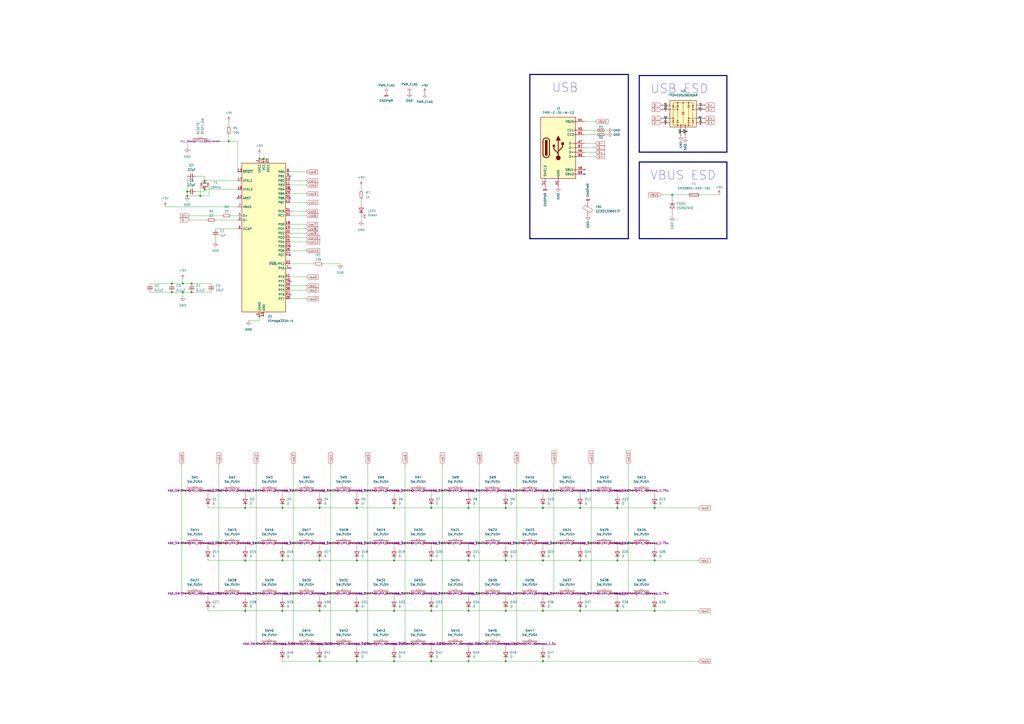
<source format=kicad_sch>
(kicad_sch (version 20231120) (generator "eeschema") (generator_version "8.0")
  (paper "A2")
  (title_block (title "Sherie") (date "2024-06-18") (rev "1.0") (company "https://www.fruity-floral.com/"))
  (junction (at 132.715 81.915))
  (junction (at 148.59 314.96))
  (junction (at 314.96 354.33))
  (junction (at 271.78 325.12))
  (junction (at 299.72 344.17))
  (junction (at 116.205 113.665))
  (junction (at 389.89 113.03))
  (junction (at 234.95 344.17))
  (junction (at 278.13 284.48))
  (junction (at 185.42 325.12))
  (junction (at 207.01 383.54))
  (junction (at 314.96 294.64))
  (junction (at 106.045 164.465))
  (junction (at 191.77 314.96))
  (junction (at 250.19 325.12))
  (junction (at 142.24 294.64))
  (junction (at 228.6 383.54))
  (junction (at 293.37 383.54))
  (junction (at 127 284.48))
  (junction (at 228.6 325.12))
  (junction (at 108.585 111.125))
  (junction (at 321.31 284.48))
  (junction (at 213.36 344.17))
  (junction (at 379.73 354.33))
  (junction (at 342.9 284.48))
  (junction (at 108.585 113.665))
  (junction (at 379.73 325.12))
  (junction (at 185.42 294.64))
  (junction (at 106.045 169.545))
  (junction (at 207.01 325.12))
  (junction (at 111.125 164.465))
  (junction (at 228.6 354.33))
  (junction (at 271.78 383.54))
  (junction (at 250.19 383.54))
  (junction (at 185.42 383.54))
  (junction (at 228.6 294.64))
  (junction (at 358.14 294.64))
  (junction (at 271.78 294.64))
  (junction (at 118.745 104.775))
  (junction (at 336.55 354.33))
  (junction (at 293.37 354.33))
  (junction (at 358.14 354.33))
  (junction (at 299.72 314.96))
  (junction (at 148.59 344.17))
  (junction (at 293.37 294.64))
  (junction (at 150.495 92.075))
  (junction (at 148.59 284.48))
  (junction (at 250.19 294.64))
  (junction (at 342.9 314.96))
  (junction (at 142.24 325.12))
  (junction (at 250.19 354.33))
  (junction (at 111.125 169.545))
  (junction (at 142.24 354.33))
  (junction (at 170.18 284.48))
  (junction (at 163.83 294.64))
  (junction (at 163.83 325.12))
  (junction (at 293.37 325.12))
  (junction (at 150.495 183.515))
  (junction (at 364.49 314.96))
  (junction (at 256.54 314.96))
  (junction (at 185.42 354.33))
  (junction (at 213.36 314.96))
  (junction (at 170.18 314.96))
  (junction (at 153.035 92.075))
  (junction (at 271.78 354.33))
  (junction (at 234.95 314.96))
  (junction (at 207.01 354.33))
  (junction (at 314.96 383.54))
  (junction (at 163.83 354.33))
  (junction (at 321.31 314.96))
  (junction (at 118.745 109.855))
  (junction (at 191.77 284.48))
  (junction (at 364.49 284.48))
  (junction (at 278.13 314.96))
  (junction (at 99.695 164.465))
  (junction (at 105.41 284.48))
  (junction (at 314.96 325.12))
  (junction (at 213.36 284.48))
  (junction (at 191.77 344.17))
  (junction (at 256.54 344.17))
  (junction (at 207.01 294.64))
  (junction (at 379.73 294.64))
  (junction (at 170.18 344.17))
  (junction (at 234.95 284.48))
  (junction (at 99.695 169.545))
  (junction (at 127 314.96))
  (junction (at 105.41 314.96))
  (junction (at 299.72 284.48))
  (junction (at 278.13 344.17))
  (junction (at 336.55 325.12))
  (junction (at 336.55 294.64))
  (junction (at 256.54 284.48))
  (junction (at 358.14 325.12))
  (no_connect (at 168.275 147.955))
  (no_connect (at 168.275 170.815))
  (no_connect (at 168.275 142.875))
  (no_connect (at 339.09 100.965))
  (no_connect (at 168.275 102.235))
  (no_connect (at 168.275 109.855))
  (no_connect (at 168.275 163.195))
  (no_connect (at 168.275 114.935))
  (no_connect (at 168.275 155.575))
  (no_connect (at 137.795 114.935))
  (no_connect (at 339.09 98.425))
  (wire (pts (xy 278.13 284.48) (xy 278.13 314.96)))
  (wire (pts (xy 336.55 346.71) (xy 336.55 344.17)))
  (wire (pts (xy 389.89 113.03) (xy 398.78 113.03)))
  (wire (pts (xy 125.095 132.715) (xy 137.795 132.715)))
  (wire (pts (xy 207.01 375.92) (xy 207.01 373.38)))
  (wire (pts (xy 250.19 354.33) (xy 271.78 354.33)))
  (wire (pts (xy 379.73 354.33) (xy 405.13 354.33)))
  (wire (pts (xy 278.13 269.24) (xy 278.13 284.48)))
  (wire (pts (xy 168.275 145.415) (xy 177.8 145.415)))
  (wire (pts (xy 168.275 117.475) (xy 177.8 117.475)))
  (wire (pts (xy 106.045 169.545) (xy 106.045 172.085)))
  (wire (pts (xy 250.19 325.12) (xy 271.78 325.12)))
  (wire (pts (xy 191.77 284.48) (xy 191.77 314.96)))
  (wire (pts (xy 142.24 325.12) (xy 163.83 325.12)))
  (wire (pts (xy 379.73 294.64) (xy 405.13 294.64)))
  (wire (pts (xy 163.83 375.92) (xy 163.83 373.38)))
  (wire (pts (xy 109.855 127.635) (xy 120.015 127.635)))
  (wire (pts (xy 150.495 89.535) (xy 150.495 92.075)))
  (wire (pts (xy 185.42 346.71) (xy 185.42 344.17)))
  (wire (pts (xy 250.19 294.64) (xy 271.78 294.64)))
  (wire (pts (xy 86.995 169.545) (xy 99.695 169.545)))
  (wire (pts (xy 108.585 102.235) (xy 108.585 111.125)))
  (wire (pts (xy 168.275 132.715) (xy 177.8 132.715)))
  (wire (pts (xy 228.6 317.5) (xy 228.6 314.96)))
  (wire (pts (xy 256.54 314.96) (xy 256.54 344.17)))
  (wire (pts (xy 111.125 169.545) (xy 122.555 169.545)))
  (wire (pts (xy 336.55 325.12) (xy 358.14 325.12)))
  (bus (pts (xy 307.34 43.18) (xy 364.49 43.18)) (stroke (width 0.635)))
  (wire (pts (xy 271.78 287.02) (xy 271.78 284.48)))
  (wire (pts (xy 364.49 269.24) (xy 364.49 284.48)))
  (wire (pts (xy 125.095 127.635) (xy 137.795 127.635)))
  (wire (pts (xy 118.745 111.125) (xy 118.745 109.855)))
  (wire (pts (xy 293.37 354.33) (xy 314.96 354.33)))
  (wire (pts (xy 228.6 346.71) (xy 228.6 344.17)))
  (wire (pts (xy 314.96 354.33) (xy 336.55 354.33)))
  (wire (pts (xy 271.78 294.64) (xy 293.37 294.64)))
  (bus (pts (xy 307.34 43.18) (xy 307.34 138.43)) (stroke (width 0.635)))
  (wire (pts (xy 209.55 115.57) (xy 209.55 118.11)))
  (wire (pts (xy 163.83 354.33) (xy 185.42 354.33)))
  (wire (pts (xy 339.09 75.565) (xy 346.075 75.565)))
  (wire (pts (xy 250.19 287.02) (xy 250.19 284.48)))
  (wire (pts (xy 358.14 294.64) (xy 379.73 294.64)))
  (wire (pts (xy 293.37 346.71) (xy 293.37 344.17)))
  (wire (pts (xy 293.37 317.5) (xy 293.37 314.96)))
  (wire (pts (xy 106.045 164.465) (xy 111.125 164.465)))
  (wire (pts (xy 168.275 125.095) (xy 177.8 125.095)))
  (wire (pts (xy 379.73 317.5) (xy 379.73 314.96)))
  (wire (pts (xy 163.83 294.64) (xy 185.42 294.64)))
  (wire (pts (xy 121.285 107.315) (xy 121.285 113.665)))
  (wire (pts (xy 163.83 325.12) (xy 185.42 325.12)))
  (wire (pts (xy 234.95 314.96) (xy 234.95 344.17)))
  (wire (pts (xy 125.095 137.795) (xy 125.095 140.335)))
  (wire (pts (xy 207.01 294.64) (xy 228.6 294.64)))
  (wire (pts (xy 127 269.24) (xy 127 284.48)))
  (wire (pts (xy 168.275 135.255) (xy 177.8 135.255)))
  (wire (pts (xy 339.09 70.485) (xy 345.44 70.485)))
  (wire (pts (xy 108.585 81.915) (xy 108.585 85.725)))
  (wire (pts (xy 168.275 153.035) (xy 182.245 153.035)))
  (wire (pts (xy 364.49 284.48) (xy 364.49 314.96)))
  (wire (pts (xy 116.205 113.665) (xy 108.585 113.665)))
  (wire (pts (xy 168.275 165.735) (xy 177.8 165.735)))
  (wire (pts (xy 314.96 346.71) (xy 314.96 344.17)))
  (wire (pts (xy 351.155 78.105) (xy 352.425 78.105)))
  (wire (pts (xy 185.42 325.12) (xy 207.01 325.12)))
  (wire (pts (xy 177.8 173.355) (xy 168.275 173.355)))
  (wire (pts (xy 314.96 294.64) (xy 336.55 294.64)))
  (wire (pts (xy 228.6 375.92) (xy 228.6 373.38)))
  (wire (pts (xy 397.51 78.74) (xy 397.51 80.01)))
  (wire (pts (xy 213.36 314.96) (xy 213.36 344.17)))
  (wire (pts (xy 113.665 102.235) (xy 118.745 102.235)))
  (wire (pts (xy 336.55 294.64) (xy 358.14 294.64)))
  (wire (pts (xy 358.14 325.12) (xy 379.73 325.12)))
  (wire (pts (xy 314.96 383.54) (xy 405.13 383.54)))
  (bus (pts (xy 364.49 43.18) (xy 364.49 138.43)) (stroke (width 0.635)))
  (wire (pts (xy 132.715 70.485) (xy 132.715 73.025)))
  (wire (pts (xy 339.09 88.265) (xy 345.44 88.265)))
  (wire (pts (xy 116.205 107.315) (xy 116.205 113.665)))
  (wire (pts (xy 271.78 317.5) (xy 271.78 314.96)))
  (wire (pts (xy 99.695 164.465) (xy 106.045 164.465)))
  (wire (pts (xy 153.035 92.075) (xy 155.575 92.075)))
  (wire (pts (xy 187.325 153.035) (xy 197.485 153.035)))
  (wire (pts (xy 271.78 325.12) (xy 293.37 325.12)))
  (wire (pts (xy 213.36 269.24) (xy 213.36 284.48)))
  (wire (pts (xy 150.495 183.515) (xy 153.035 183.515)))
  (wire (pts (xy 132.715 78.105) (xy 132.715 81.915)))
  (wire (pts (xy 278.13 344.17) (xy 278.13 373.38)))
  (wire (pts (xy 142.24 294.64) (xy 163.83 294.64)))
  (wire (pts (xy 118.745 102.235) (xy 118.745 104.775)))
  (wire (pts (xy 339.09 78.105) (xy 346.075 78.105)))
  (wire (pts (xy 207.01 287.02) (xy 207.01 284.48)))
  (wire (pts (xy 379.73 287.02) (xy 379.73 284.48)))
  (wire (pts (xy 389.89 125.73) (xy 389.89 123.19)))
  (wire (pts (xy 314.96 325.12) (xy 336.55 325.12)))
  (bus (pts (xy 307.34 138.43) (xy 364.49 138.43)) (stroke (width 0.635)))
  (wire (pts (xy 170.18 269.24) (xy 170.18 284.48)))
  (wire (pts (xy 168.275 122.555) (xy 177.8 122.555)))
  (wire (pts (xy 111.125 164.465) (xy 122.555 164.465)))
  (wire (pts (xy 271.78 383.54) (xy 293.37 383.54)))
  (wire (pts (xy 191.77 314.96) (xy 191.77 344.17)))
  (wire (pts (xy 278.13 314.96) (xy 278.13 344.17)))
  (wire (pts (xy 339.09 83.185) (xy 345.44 83.185)))
  (wire (pts (xy 271.78 375.92) (xy 271.78 373.38)))
  (wire (pts (xy 106.045 161.925) (xy 106.045 164.465)))
  (wire (pts (xy 163.83 383.54) (xy 185.42 383.54)))
  (bus (pts (xy 421.64 88.265) (xy 370.84 88.265)) (stroke (width 0.635)))
  (wire (pts (xy 213.36 284.48) (xy 213.36 314.96)))
  (wire (pts (xy 250.19 375.92) (xy 250.19 373.38)))
  (wire (pts (xy 168.275 107.315) (xy 177.8 107.315)))
  (wire (pts (xy 132.715 81.915) (xy 137.795 81.915)))
  (wire (pts (xy 342.9 269.24) (xy 342.9 284.48)))
  (wire (pts (xy 142.24 317.5) (xy 142.24 314.96)))
  (wire (pts (xy 271.78 346.71) (xy 271.78 344.17)))
  (wire (pts (xy 142.24 346.71) (xy 142.24 344.17)))
  (wire (pts (xy 185.42 317.5) (xy 185.42 314.96)))
  (bus (pts (xy 370.84 43.815) (xy 421.64 43.815)) (stroke (width 0.635)))
  (wire (pts (xy 150.495 92.075) (xy 153.035 92.075)))
  (wire (pts (xy 207.01 354.33) (xy 228.6 354.33)))
  (wire (pts (xy 148.59 284.48) (xy 148.59 314.96)))
  (wire (pts (xy 137.795 81.915) (xy 137.795 99.695)))
  (wire (pts (xy 106.045 169.545) (xy 111.125 169.545)))
  (wire (pts (xy 379.73 346.71) (xy 379.73 344.17)))
  (wire (pts (xy 339.09 85.725) (xy 345.44 85.725)))
  (wire (pts (xy 105.41 314.96) (xy 105.41 344.17)))
  (wire (pts (xy 170.18 284.48) (xy 170.18 314.96)))
  (wire (pts (xy 379.73 325.12) (xy 405.13 325.12)))
  (wire (pts (xy 342.9 314.96) (xy 342.9 344.17)))
  (wire (pts (xy 168.275 130.175) (xy 177.8 130.175)))
  (wire (pts (xy 321.31 284.48) (xy 321.31 314.96)))
  (wire (pts (xy 406.4 113.03) (xy 417.195 113.03)))
  (wire (pts (xy 168.275 140.335) (xy 177.8 140.335)))
  (wire (pts (xy 118.745 104.775) (xy 137.795 104.775)))
  (wire (pts (xy 234.95 284.48) (xy 234.95 314.96)))
  (wire (pts (xy 293.37 383.54) (xy 314.96 383.54)))
  (wire (pts (xy 191.77 269.24) (xy 191.77 284.48)))
  (wire (pts (xy 142.24 287.02) (xy 142.24 284.48)))
  (wire (pts (xy 228.6 287.02) (xy 228.6 284.48)))
  (wire (pts (xy 207.01 317.5) (xy 207.01 314.96)))
  (bus (pts (xy 421.64 43.815) (xy 421.64 88.265)) (stroke (width 0.635)))
  (wire (pts (xy 271.78 354.33) (xy 293.37 354.33)))
  (wire (pts (xy 168.275 99.695) (xy 177.8 99.695)))
  (wire (pts (xy 339.09 90.805) (xy 345.44 90.805)))
  (wire (pts (xy 207.01 325.12) (xy 228.6 325.12)))
  (wire (pts (xy 168.275 160.655) (xy 177.8 160.655)))
  (wire (pts (xy 120.65 354.33) (xy 142.24 354.33)))
  (wire (pts (xy 86.995 164.465) (xy 99.695 164.465)))
  (wire (pts (xy 351.155 75.565) (xy 352.425 75.565)))
  (wire (pts (xy 108.585 111.125) (xy 108.585 113.665)))
  (wire (pts (xy 383.54 113.03) (xy 389.89 113.03)))
  (wire (pts (xy 358.14 346.71) (xy 358.14 344.17)))
  (wire (pts (xy 234.95 269.24) (xy 234.95 284.48)))
  (wire (pts (xy 228.6 325.12) (xy 250.19 325.12)))
  (wire (pts (xy 185.42 383.54) (xy 207.01 383.54)))
  (wire (pts (xy 207.01 383.54) (xy 228.6 383.54)))
  (wire (pts (xy 293.37 375.92) (xy 293.37 373.38)))
  (wire (pts (xy 120.65 287.02) (xy 120.65 284.48)))
  (wire (pts (xy 228.6 294.64) (xy 250.19 294.64)))
  (wire (pts (xy 133.985 125.095) (xy 137.795 125.095)))
  (wire (pts (xy 209.55 125.73) (xy 209.55 128.27)))
  (wire (pts (xy 228.6 383.54) (xy 250.19 383.54)))
  (wire (pts (xy 293.37 325.12) (xy 314.96 325.12)))
  (bus (pts (xy 421.64 93.98) (xy 421.64 138.43)) (stroke (width 0.635)))
  (wire (pts (xy 168.275 112.395) (xy 177.8 112.395)))
  (wire (pts (xy 170.18 344.17) (xy 170.18 373.38)))
  (wire (pts (xy 113.665 111.125) (xy 118.745 111.125)))
  (wire (pts (xy 127 284.48) (xy 127 314.96)))
  (wire (pts (xy 105.41 284.48) (xy 105.41 314.96)))
  (wire (pts (xy 150.495 186.055) (xy 150.495 183.515)))
  (wire (pts (xy 191.77 344.17) (xy 191.77 373.38)))
  (wire (pts (xy 95.885 120.015) (xy 137.795 120.015)))
  (wire (pts (xy 185.42 294.64) (xy 207.01 294.64)))
  (wire (pts (xy 118.745 109.855) (xy 137.795 109.855)))
  (wire (pts (xy 170.18 314.96) (xy 170.18 344.17)))
  (wire (pts (xy 123.825 81.915) (xy 132.715 81.915)))
  (wire (pts (xy 336.55 354.33) (xy 358.14 354.33)))
  (wire (pts (xy 234.95 344.17) (xy 234.95 373.38)))
  (wire (pts (xy 358.14 317.5) (xy 358.14 314.96)))
  (wire (pts (xy 299.72 314.96) (xy 299.72 344.17)))
  (wire (pts (xy 120.65 325.12) (xy 142.24 325.12)))
  (wire (pts (xy 336.55 317.5) (xy 336.55 314.96)))
  (wire (pts (xy 314.96 317.5) (xy 314.96 314.96)))
  (wire (pts (xy 168.275 137.795) (xy 177.8 137.795)))
  (wire (pts (xy 358.14 287.02) (xy 358.14 284.48)))
  (wire (pts (xy 163.83 346.71) (xy 163.83 344.17)))
  (wire (pts (xy 389.89 115.57) (xy 389.89 113.03)))
  (wire (pts (xy 185.42 354.33) (xy 207.01 354.33)))
  (wire (pts (xy 109.855 125.095) (xy 128.905 125.095)))
  (wire (pts (xy 121.285 113.665) (xy 116.205 113.665)))
  (wire (pts (xy 148.59 314.96) (xy 148.59 344.17)))
  (wire (pts (xy 185.42 287.02) (xy 185.42 284.48)))
  (wire (pts (xy 185.42 375.92) (xy 185.42 373.38)))
  (wire (pts (xy 207.01 346.71) (xy 207.01 344.17)))
  (wire (pts (xy 148.59 269.24) (xy 148.59 284.48)))
  (wire (pts (xy 314.96 287.02) (xy 314.96 284.48)))
  (wire (pts (xy 256.54 269.24) (xy 256.54 284.48)))
  (wire (pts (xy 120.65 317.5) (xy 120.65 314.96)))
  (wire (pts (xy 144.145 186.055) (xy 150.495 186.055)))
  (wire (pts (xy 321.31 269.24) (xy 321.31 284.48)))
  (wire (pts (xy 358.14 354.33) (xy 379.73 354.33)))
  (wire (pts (xy 120.65 346.71) (xy 120.65 344.17)))
  (bus (pts (xy 421.64 138.43) (xy 370.84 138.43)) (stroke (width 0.635)))
  (wire (pts (xy 213.36 344.17) (xy 213.36 373.38)))
  (wire (pts (xy 293.37 287.02) (xy 293.37 284.48)))
  (wire (pts (xy 314.96 375.92) (xy 314.96 373.38)))
  (wire (pts (xy 168.275 104.775) (xy 177.8 104.775)))
  (wire (pts (xy 163.83 317.5) (xy 163.83 314.96)))
  (wire (pts (xy 299.72 284.48) (xy 299.72 314.96)))
  (wire (pts (xy 250.19 383.54) (xy 271.78 383.54)))
  (wire (pts (xy 105.41 269.24) (xy 105.41 284.48)))
  (wire (pts (xy 163.83 287.02) (xy 163.83 284.48)))
  (bus (pts (xy 370.84 93.98) (xy 421.64 93.98)) (stroke (width 0.635)))
  (wire (pts (xy 299.72 344.17) (xy 299.72 373.38)))
  (wire (pts (xy 293.37 294.64) (xy 314.96 294.64)))
  (wire (pts (xy 127 314.96) (xy 127 344.17)))
  (wire (pts (xy 250.19 317.5) (xy 250.19 314.96)))
  (wire (pts (xy 256.54 284.48) (xy 256.54 314.96)))
  (wire (pts (xy 250.19 346.71) (xy 250.19 344.17)))
  (wire (pts (xy 364.49 314.96) (xy 364.49 344.17)))
  (bus (pts (xy 370.84 43.815) (xy 370.84 88.265)) (stroke (width 0.635)))
  (wire (pts (xy 321.31 314.96) (xy 321.31 344.17)))
  (wire (pts (xy 256.54 344.17) (xy 256.54 373.38)))
  (wire (pts (xy 120.65 294.64) (xy 142.24 294.64)))
  (wire (pts (xy 342.9 284.48) (xy 342.9 314.96)))
  (wire (pts (xy 99.695 169.545) (xy 106.045 169.545)))
  (wire (pts (xy 168.275 168.275) (xy 177.8 168.275)))
  (wire (pts (xy 336.55 287.02) (xy 336.55 284.48)))
  (wire (pts (xy 228.6 354.33) (xy 250.19 354.33)))
  (wire (pts (xy 299.72 269.24) (xy 299.72 284.48)))
  (wire (pts (xy 209.55 107.95) (xy 209.55 110.49)))
  (wire (pts (xy 142.24 354.33) (xy 163.83 354.33)))
  (wire (pts (xy 148.59 344.17) (xy 148.59 373.38)))
  (bus (pts (xy 370.84 93.98) (xy 370.84 138.43)) (stroke (width 0.635)))
  (text "USB" (at 320.04 53.975 0) (effects (font (size 5.08 5.08)) (justify left bottom)))
  (text "USB ESD" (at 377.19 54.61 0) (effects (font (size 5.08 5.08)) (justify left bottom)))
  (text "VBUS ESD" (at 377.19 104.775 0) (effects (font (size 5.08 5.08)) (justify left bottom)))
  (global_label "col4" (shape input) (at 191.77 269.24 90) (property "Intersheetrefs" "${INTERSHEET_REFS}" (effects (hide yes))))
  (global_label "row0" (shape input) (at 177.8 160.655 0) (property "Intersheetrefs" "${INTERSHEET_REFS}" (effects (hide yes))))
  (global_label "col3" (shape input) (at 170.18 269.24 90) (property "Intersheetrefs" "${INTERSHEET_REFS}" (effects (hide yes))))
  (global_label "col7" (shape input) (at 177.8 130.175 0) (property "Intersheetrefs" "${INTERSHEET_REFS}" (effects (hide yes))))
  (global_label "D+" (shape input) (at 345.44 90.805 0) (property "Intersheetrefs" "${INTERSHEET_REFS}" (effects (hide yes))))
  (global_label "col8" (shape input) (at 278.13 269.24 90) (property "Intersheetrefs" "${INTERSHEET_REFS}" (effects (hide yes))))
  (global_label "D+" (shape input) (at 408.94 63.5 0) (property "Intersheetrefs" "${INTERSHEET_REFS}" (effects (hide yes))))
  (global_label "row0" (shape input) (at 405.13 294.64 0) (property "Intersheetrefs" "${INTERSHEET_REFS}" (effects (hide yes))))
  (global_label "D-" (shape input) (at 345.44 85.725 0) (property "Intersheetrefs" "${INTERSHEET_REFS}" (effects (hide yes))))
  (global_label "D+" (shape input) (at 408.94 68.58 0) (property "Intersheetrefs" "${INTERSHEET_REFS}" (effects (hide yes))))
  (global_label "col10" (shape input) (at 177.8 137.795 0) (property "Intersheetrefs" "${INTERSHEET_REFS}" (effects (hide yes))))
  (global_label "col12" (shape input) (at 177.8 145.415 0) (property "Intersheetrefs" "${INTERSHEET_REFS}" (effects (hide yes))))
  (global_label "col11" (shape input) (at 177.8 140.335 0) (property "Intersheetrefs" "${INTERSHEET_REFS}" (effects (hide yes))))
  (global_label "row3" (shape input) (at 177.8 173.355 0) (property "Intersheetrefs" "${INTERSHEET_REFS}" (effects (hide yes))))
  (global_label "col8" (shape input) (at 177.8 132.715 0) (property "Intersheetrefs" "${INTERSHEET_REFS}" (effects (hide yes))))
  (global_label "col6" (shape input) (at 234.95 269.24 90) (property "Intersheetrefs" "${INTERSHEET_REFS}" (effects (hide yes))))
  (global_label "col9" (shape input) (at 299.72 269.24 90) (property "Intersheetrefs" "${INTERSHEET_REFS}" (effects (hide yes))))
  (global_label "D-" (shape input) (at 383.54 68.58 180) (property "Intersheetrefs" "${INTERSHEET_REFS}" (effects (hide yes))))
  (global_label "VBUS" (shape input) (at 345.44 70.485 0) (property "Intersheetrefs" "${INTERSHEET_REFS}" (effects (hide yes))))
  (global_label "col1" (shape input) (at 177.8 104.775 0) (property "Intersheetrefs" "${INTERSHEET_REFS}" (effects (hide yes))))
  (global_label "row2" (shape input) (at 405.13 354.33 0) (property "Intersheetrefs" "${INTERSHEET_REFS}" (effects (hide yes))))
  (global_label "row2" (shape input) (at 177.8 168.275 0) (property "Intersheetrefs" "${INTERSHEET_REFS}" (effects (hide yes))))
  (global_label "col12" (shape input) (at 364.49 269.24 90) (property "Intersheetrefs" "${INTERSHEET_REFS}" (effects (hide yes))))
  (global_label "col7" (shape input) (at 256.54 269.24 90) (property "Intersheetrefs" "${INTERSHEET_REFS}" (effects (hide yes))))
  (global_label "col6" (shape input) (at 177.8 125.095 0) (property "Intersheetrefs" "${INTERSHEET_REFS}" (effects (hide yes))))
  (global_label "D+" (shape input) (at 109.855 125.095 180) (property "Intersheetrefs" "${INTERSHEET_REFS}" (effects (hide yes))))
  (global_label "D+" (shape input) (at 408.94 60.96 0) (property "Intersheetrefs" "${INTERSHEET_REFS}" (effects (hide yes))))
  (global_label "D-" (shape input) (at 383.54 71.12 180) (property "Intersheetrefs" "${INTERSHEET_REFS}" (effects (hide yes))))
  (global_label "col5" (shape input) (at 213.36 269.24 90) (property "Intersheetrefs" "${INTERSHEET_REFS}" (effects (hide yes))))
  (global_label "col2" (shape input) (at 148.59 269.24 90) (property "Intersheetrefs" "${INTERSHEET_REFS}" (effects (hide yes))))
  (global_label "D-" (shape input) (at 383.54 60.96 180) (property "Intersheetrefs" "${INTERSHEET_REFS}" (effects (hide yes))))
  (global_label "col10" (shape input) (at 321.31 269.24 90) (property "Intersheetrefs" "${INTERSHEET_REFS}" (effects (hide yes))))
  (global_label "col9" (shape input) (at 177.8 135.255 0) (property "Intersheetrefs" "${INTERSHEET_REFS}" (effects (hide yes))))
  (global_label "col5" (shape input) (at 177.8 122.555 0) (property "Intersheetrefs" "${INTERSHEET_REFS}" (effects (hide yes))))
  (global_label "D-" (shape input) (at 345.44 83.185 0) (property "Intersheetrefs" "${INTERSHEET_REFS}" (effects (hide yes))))
  (global_label "row3" (shape input) (at 405.13 383.54 0) (property "Intersheetrefs" "${INTERSHEET_REFS}" (effects (hide yes))))
  (global_label "col2" (shape input) (at 177.8 107.315 0) (property "Intersheetrefs" "${INTERSHEET_REFS}" (effects (hide yes))))
  (global_label "D-" (shape input) (at 383.54 63.5 180) (property "Intersheetrefs" "${INTERSHEET_REFS}" (effects (hide yes))))
  (global_label "col11" (shape input) (at 342.9 269.24 90) (property "Intersheetrefs" "${INTERSHEET_REFS}" (effects (hide yes))))
  (global_label "col4" (shape input) (at 177.8 117.475 0) (property "Intersheetrefs" "${INTERSHEET_REFS}" (effects (hide yes))))
  (global_label "D-" (shape input) (at 109.855 127.635 180) (property "Intersheetrefs" "${INTERSHEET_REFS}" (effects (hide yes))))
  (global_label "row1" (shape input) (at 405.13 325.12 0) (property "Intersheetrefs" "${INTERSHEET_REFS}" (effects (hide yes))))
  (global_label "col3" (shape input) (at 177.8 112.395 0) (property "Intersheetrefs" "${INTERSHEET_REFS}" (effects (hide yes))))
  (global_label "col0" (shape input) (at 105.41 269.24 90) (property "Intersheetrefs" "${INTERSHEET_REFS}" (effects (hide yes))))
  (global_label "col0" (shape input) (at 177.8 99.695 0) (property "Intersheetrefs" "${INTERSHEET_REFS}" (effects (hide yes))))
  (global_label "col1" (shape input) (at 127 269.24 90) (property "Intersheetrefs" "${INTERSHEET_REFS}" (effects (hide yes))))
  (global_label "D+" (shape input) (at 345.44 88.265 0) (property "Intersheetrefs" "${INTERSHEET_REFS}" (effects (hide yes))))
  (global_label "row1" (shape input) (at 177.8 165.735 0) (property "Intersheetrefs" "${INTERSHEET_REFS}" (effects (hide yes))))
  (global_label "VBUS" (shape input) (at 383.54 113.03 180) (property "Intersheetrefs" "${INTERSHEET_REFS}" (effects (hide yes))))
  (global_label "D+" (shape input) (at 408.94 71.12 0) (property "Intersheetrefs" "${INTERSHEET_REFS}" (effects (hide yes))))
  (symbol (lib_id "kbd:SW_PUSH") (at 116.205 81.915 0) (unit 1)
    (property "Reference" "RESET0" (at 114.9349 78.105 90) (effects (justify left)))
    (property "Value" "RESET_SW" (at 117.4749 78.105 90) (effects (justify left)))
    (property "Footprint" "my_footprints:SMD_reset" (at 116.205 81.915 0))
  )
  (symbol (lib_id "kbd:SW_PUSH") (at 264.16 344.17 0) (unit 1)
    (property "Reference" "SW34" (at 264.16 336.55 0))
    (property "Value" "SW_PUSH" (at 264.16 339.09 0))
    (property "Footprint" "kbd_SW:CherryMX_Hotswap_1u" (at 264.16 344.17 0))
  )
  (symbol (lib_id "Device:D") (at 163.83 350.52 90) (unit 1)
    (property "Reference" "D29" (at 166.37 349.2499 90) (effects (justify right)))
    (property "Value" "D" (at 166.37 351.7899 90) (effects (justify right)))
    (property "Footprint" "kbd_Parts:Diode_TH_SMD_without_holes" (effects (hide yes)))
    (property "Description" "Diode" (effects (hide yes)))
    (property "Sim.Device" "D" (effects (hide yes)))
    (property "Sim.Pins" "1=K 2=A" (effects (hide yes)))
  )
  (symbol (lib_id "Device:D") (at 207.01 290.83 90) (unit 1)
    (property "Reference" "D5" (at 209.55 289.5599 90) (effects (justify right)))
    (property "Value" "D" (at 209.55 292.0999 90) (effects (justify right)))
    (property "Footprint" "kbd_Parts:Diode_TH_SMD_without_holes" (effects (hide yes)))
    (property "Description" "Diode" (effects (hide yes)))
    (property "Sim.Device" "D" (effects (hide yes)))
    (property "Sim.Pins" "1=K 2=A" (effects (hide yes)))
  )
  (symbol (lib_id "kbd:SW_PUSH") (at 156.21 373.38 0) (unit 1)
    (property "Reference" "SW40" (at 156.21 365.76 0))
    (property "Value" "SW_PUSH" (at 156.21 368.3 0))
    (property "Footprint" "kbd_SW:CherryMX_Hotswap_1.5u" (at 156.21 373.38 0))
  )
  (symbol (lib_id "Device:R_Small") (at 209.55 113.03 0) (unit 1)
    (property "Reference" "R7" (at 212.09 111.7599 0) (effects (justify left)))
    (property "Value" "1k" (at 212.09 114.2999 0) (effects (justify left)))
    (property "Footprint" "Resistor_SMD:R_0805_2012Metric" (effects (hide yes)))
    (property "Description" "Resistor, small symbol" (effects (hide yes)))
  )
  (symbol (lib_id "kbd:SW_PUSH") (at 177.8 314.96 0) (unit 1)
    (property "Reference" "SW17" (at 177.8 307.34 0))
    (property "Value" "SW_PUSH" (at 177.8 309.88 0))
    (property "Footprint" "kbd_SW:CherryMX_Hotswap_1u" (at 177.8 314.96 0))
  )
  (symbol (lib_id "Device:D") (at 336.55 290.83 90) (unit 1)
    (property "Reference" "D11" (at 339.09 289.5599 90) (effects (justify right)))
    (property "Value" "D" (at 339.09 292.0999 90) (effects (justify right)))
    (property "Footprint" "kbd_Parts:Diode_TH_SMD_without_holes" (effects (hide yes)))
    (property "Description" "Diode" (effects (hide yes)))
    (property "Sim.Device" "D" (effects (hide yes)))
    (property "Sim.Pins" "1=K 2=A" (effects (hide yes)))
  )
  (symbol (lib_id "power:+5V") (at 246.38 53.975 0) (unit 1)
    (property "Reference" "#PWR021" (effects (hide yes)))
    (property "Value" "+5V" (at 246.38 49.53 0))
    (property "Description" "Power symbol creates a global label with name \"+5V\"" (effects (hide yes)))
  )
  (symbol (lib_id "Device:D") (at 271.78 379.73 90) (unit 1)
    (property "Reference" "D45" (at 274.32 378.4599 90) (effects (justify right)))
    (property "Value" "D" (at 274.32 380.9999 90) (effects (justify right)))
    (property "Footprint" "kbd_Parts:Diode_TH_SMD_without_holes" (effects (hide yes)))
    (property "Description" "Diode" (effects (hide yes)))
    (property "Sim.Device" "D" (effects (hide yes)))
    (property "Sim.Pins" "1=K 2=A" (effects (hide yes)))
  )
  (symbol (lib_id "Device:Crystal_GND24_Small") (at 118.745 107.315 270) (unit 1)
    (property "Reference" "Y1" (at 125.095 106.045 90))
    (property "Value" "16MHz" (at 125.095 108.585 90))
    (property "Footprint" "Crystal:Crystal_SMD_3225-4Pin_3.2x2.5mm" (effects (hide yes)))
    (property "Description" "Four pin crystal, GND on pins 2 and 4, small symbol" (effects (hide yes)))
  )
  (symbol (lib_id "Device:C_Small") (at 122.555 167.005 0) (unit 1)
    (property "Reference" "C5" (at 125.095 165.7412 0) (effects (justify left)))
    (property "Value" "10uF" (at 125.095 168.2812 0) (effects (justify left)))
    (property "Footprint" "Capacitor_SMD:C_0805_2012Metric" (effects (hide yes)))
    (property "Description" "Unpolarized capacitor, small symbol" (effects (hide yes)))
  )
  (symbol (lib_id "Device:D") (at 207.01 350.52 90) (unit 1)
    (property "Reference" "D31" (at 209.55 349.2499 90) (effects (justify right)))
    (property "Value" "D" (at 209.55 351.7899 90) (effects (justify right)))
    (property "Footprint" "kbd_Parts:Diode_TH_SMD_without_holes" (effects (hide yes)))
    (property "Description" "Diode" (effects (hide yes)))
    (property "Sim.Device" "D" (effects (hide yes)))
    (property "Sim.Pins" "1=K 2=A" (effects (hide yes)))
  )
  (symbol (lib_id "Connector:USB_C_Receptacle_USB2.0") (at 323.85 85.725 0) (unit 1)
    (property "Reference" "J1" (at 323.85 62.865 0))
    (property "Value" "TYPE-C-31-M-12" (at 323.85 65.405 0))
    (property "Footprint" "locallib:HRO-TYPE-C-31-M-12-Assembly" (effects (hide yes)))
    (property "Datasheet" "https://www.usb.org/sites/default/files/documents/usb_type-c.zip" (effects (hide yes)))
    (property "Manufacturer" "Koren Hroparts" (effects (hide yes)))
    (property "Manufacturer Part Number" "TYPE-C-31-M-12" (effects (hide yes)))
    (property "LCSC Part Number" "C165948" (effects (hide yes)))
  )
  (symbol (lib_id "Device:D") (at 271.78 350.52 90) (unit 1)
    (property "Reference" "D34" (at 274.32 349.2499 90) (effects (justify right)))
    (property "Value" "D" (at 274.32 351.7899 90) (effects (justify right)))
    (property "Footprint" "kbd_Parts:Diode_TH_SMD_without_holes" (effects (hide yes)))
    (property "Description" "Diode" (effects (hide yes)))
    (property "Sim.Device" "D" (effects (hide yes)))
    (property "Sim.Pins" "1=K 2=A" (effects (hide yes)))
  )
  (symbol (lib_id "kbd:SW_PUSH") (at 264.16 373.38 0) (unit 1)
    (property "Reference" "SW45" (at 264.16 365.76 0))
    (property "Value" "SW_PUSH" (at 264.16 368.3 0))
    (property "Footprint" "kbd_SW:CherryMX_Hotswap_1.5u" (at 264.16 373.38 0))
  )
  (symbol (lib_id "acheron_Symbols:TPD4E05U06DQAR") (at 396.24 66.04 0) (unit 1)
    (property "Reference" "U2" (at 396.24 52.705 0))
    (property "Value" "TPD4E05U06DQAR" (at 396.24 55.245 0))
    (property "Footprint" "acheron_Components:USON-10_2.5x1.0mm_P0.5mm" (effects (hide yes)))
    (property "Manufacturer" "MSKSEMI" (effects (hide yes)))
    (property "Package" "uSON-10" (effects (hide yes)))
    (property "Manufacturer Part Number" "TPD4E05U06DQAR" (effects (hide yes)))
    (property "LCSC Part Number" "C2836386" (effects (hide yes)))
  )
  (symbol (lib_id "Device:D") (at 293.37 379.73 90) (unit 1)
    (property "Reference" "D46" (at 295.91 378.4599 90) (effects (justify right)))
    (property "Value" "D" (at 295.91 380.9999 90) (effects (justify right)))
    (property "Footprint" "kbd_Parts:Diode_TH_SMD_without_holes" (effects (hide yes)))
    (property "Description" "Diode" (effects (hide yes)))
    (property "Sim.Device" "D" (effects (hide yes)))
    (property "Sim.Pins" "1=K 2=A" (effects (hide yes)))
  )
  (symbol (lib_id "kbd:SW_PUSH") (at 220.98 344.17 0) (unit 1)
    (property "Reference" "SW32" (at 220.98 336.55 0))
    (property "Value" "SW_PUSH" (at 220.98 339.09 0))
    (property "Footprint" "kbd_SW:CherryMX_Hotswap_1u" (at 220.98 344.17 0))
  )
  (symbol (lib_id "power:GNDPWR") (at 316.23 108.585 0) (unit 1)
    (property "Reference" "#PWR011" (effects (hide yes)))
    (property "Value" "GNDPWR" (at 316.23 111.76 90) (effects (justify right)))
  )
  (symbol (lib_id "Device:LED") (at 209.55 121.92 90) (unit 1)
    (property "Reference" "LED1" (at 213.36 122.2374 90) (effects (justify right)))
    (property "Value" "Green" (at 213.36 124.7774 90) (effects (justify right)))
    (property "Footprint" "my_footprints:LED0805-RD_GREEN" (effects (hide yes)))
    (property "Description" "Light emitting diode" (effects (hide yes)))
  )
  (symbol (lib_id "kbd:SW_PUSH") (at 199.39 314.96 0) (unit 1)
    (property "Reference" "SW18" (at 199.39 307.34 0))
    (property "Value" "SW_PUSH" (at 199.39 309.88 0))
    (property "Footprint" "kbd_SW:CherryMX_Hotswap_1u" (at 199.39 314.96 0))
  )
  (symbol (lib_id "power:PWR_FLAG") (at 224.155 53.975 0) (unit 1)
    (property "Reference" "#FLG03" (effects (hide yes)))
    (property "Value" "PWR_FLAG" (at 224.155 49.53 0))
    (property "Description" "Special symbol for telling ERC where power comes from" (effects (hide yes)))
  )
  (symbol (lib_id "Device:D") (at 163.83 379.73 90) (unit 1)
    (property "Reference" "D40" (at 166.37 378.4599 90) (effects (justify right)))
    (property "Value" "D" (at 166.37 380.9999 90) (effects (justify right)))
    (property "Footprint" "kbd_Parts:Diode_TH_SMD_without_holes" (effects (hide yes)))
    (property "Description" "Diode" (effects (hide yes)))
    (property "Sim.Device" "D" (effects (hide yes)))
    (property "Sim.Pins" "1=K 2=A" (effects (hide yes)))
  )
  (symbol (lib_id "power:GND") (at 108.585 85.725 0) (unit 1)
    (property "Reference" "#PWR09" (effects (hide yes)))
    (property "Value" "GND" (at 108.585 90.805 0))
    (property "Description" "Power symbol creates a global label with name \"GND\" , ground" (effects (hide yes)))
  )
  (symbol (lib_id "kbd:SW_PUSH") (at 242.57 284.48 0) (unit 1)
    (property "Reference" "SW7" (at 242.57 276.86 0))
    (property "Value" "SW_PUSH" (at 242.57 279.4 0))
    (property "Footprint" "kbd_SW:CherryMX_Hotswap_1u" (at 242.57 284.48 0))
  )
  (symbol (lib_id "power:PWR_FLAG") (at 246.38 53.975 180) (unit 1)
    (property "Reference" "#FLG02" (effects (hide yes)))
    (property "Value" "PWR_FLAG" (at 246.38 59.055 0))
    (property "Description" "Special symbol for telling ERC where power comes from" (effects (hide yes)))
  )
  (symbol (lib_id "power:GND") (at 125.095 140.335 0) (unit 1)
    (property "Reference" "#PWR04" (effects (hide yes)))
    (property "Value" "GND" (at 125.095 145.415 0))
    (property "Description" "Power symbol creates a global label with name \"GND\" , ground" (effects (hide yes)))
  )
  (symbol (lib_id "kbd:SW_PUSH") (at 199.39 344.17 0) (unit 1)
    (property "Reference" "SW31" (at 199.39 336.55 0))
    (property "Value" "SW_PUSH" (at 199.39 339.09 0))
    (property "Footprint" "kbd_SW:CherryMX_Hotswap_1u" (at 199.39 344.17 0))
  )
  (symbol (lib_id "kbd:SW_PUSH") (at 372.11 314.96 0) (unit 1)
    (property "Reference" "SW26" (at 372.11 307.34 0))
    (property "Value" "SW_PUSH" (at 372.11 309.88 0))
    (property "Footprint" "kbd_SW:CherryMX_Hotswap_1.75u" (at 372.11 314.96 0))
  )
  (symbol (lib_id "kbd:SW_PUSH") (at 242.57 344.17 0) (unit 1)
    (property "Reference" "SW33" (at 242.57 336.55 0))
    (property "Value" "SW_PUSH" (at 242.57 339.09 0))
    (property "Footprint" "kbd_SW:CherryMX_Hotswap_1u" (at 242.57 344.17 0))
  )
  (symbol (lib_id "kbd:SW_PUSH") (at 307.34 344.17 0) (unit 1)
    (property "Reference" "SW36" (at 307.34 336.55 0))
    (property "Value" "SW_PUSH" (at 307.34 339.09 0))
    (property "Footprint" "kbd_SW:CherryMX_Hotswap_1u" (at 307.34 344.17 0))
  )
  (symbol (lib_id "kbd:SW_PUSH") (at 199.39 373.38 0) (unit 1)
    (property "Reference" "SW42" (at 199.39 365.76 0))
    (property "Value" "SW_PUSH" (at 199.39 368.3 0))
    (property "Footprint" "kbd_SW:CherryMX_Hotswap_1.25u" (at 199.39 373.38 0))
  )
  (symbol (lib_id "power:GND") (at 108.585 113.665 0) (unit 1)
    (property "Reference" "#PWR08" (effects (hide yes)))
    (property "Value" "GND" (at 108.585 118.745 0))
    (property "Description" "Power symbol creates a global label with name \"GND\" , ground" (effects (hide yes)))
  )
  (symbol (lib_id "Device:D") (at 250.19 350.52 90) (unit 1)
    (property "Reference" "D33" (at 252.73 349.2499 90) (effects (justify right)))
    (property "Value" "D" (at 252.73 351.7899 90) (effects (justify right)))
    (property "Footprint" "kbd_Parts:Diode_TH_SMD_without_holes" (effects (hide yes)))
    (property "Description" "Diode" (effects (hide yes)))
    (property "Sim.Device" "D" (effects (hide yes)))
    (property "Sim.Pins" "1=K 2=A" (effects (hide yes)))
  )
  (symbol (lib_id "power:GND") (at 389.89 125.73 0) (unit 1)
    (property "Reference" "#PWR019" (effects (hide yes)))
    (property "Value" "GND" (at 389.89 128.905 90) (effects (justify right)))
  )
  (symbol (lib_id "kbd:SW_PUSH") (at 134.62 314.96 0) (unit 1)
    (property "Reference" "SW15" (at 134.62 307.34 0))
    (property "Value" "SW_PUSH" (at 134.62 309.88 0))
    (property "Footprint" "kbd_SW:CherryMX_Hotswap_1u" (at 134.62 314.96 0))
  )
  (symbol (lib_id "Device:D") (at 336.55 350.52 90) (unit 1)
    (property "Reference" "D37" (at 339.09 349.2499 90) (effects (justify right)))
    (property "Value" "D" (at 339.09 351.7899 90) (effects (justify right)))
    (property "Footprint" "kbd_Parts:Diode_TH_SMD_without_holes" (effects (hide yes)))
    (property "Description" "Diode" (effects (hide yes)))
    (property "Sim.Device" "D" (effects (hide yes)))
    (property "Sim.Pins" "1=K 2=A" (effects (hide yes)))
  )
  (symbol (lib_id "power:+5V") (at 106.045 161.925 0) (unit 1)
    (property "Reference" "#PWR05" (effects (hide yes)))
    (property "Value" "+5V" (at 106.045 156.845 0))
    (property "Description" "Power symbol creates a global label with name \"+5V\"" (effects (hide yes)))
  )
  (symbol (lib_id "Device:D") (at 228.6 379.73 90) (unit 1)
    (property "Reference" "D43" (at 231.14 378.4599 90) (effects (justify right)))
    (property "Value" "D" (at 231.14 380.9999 90) (effects (justify right)))
    (property "Footprint" "kbd_Parts:Diode_TH_SMD_without_holes" (effects (hide yes)))
    (property "Description" "Diode" (effects (hide yes)))
    (property "Sim.Device" "D" (effects (hide yes)))
    (property "Sim.Pins" "1=K 2=A" (effects (hide yes)))
  )
  (symbol (lib_id "Device:D") (at 142.24 321.31 90) (unit 1)
    (property "Reference" "D15" (at 144.78 320.0399 90) (effects (justify right)))
    (property "Value" "D" (at 144.78 322.5799 90) (effects (justify right)))
    (property "Footprint" "kbd_Parts:Diode_TH_SMD_without_holes" (effects (hide yes)))
    (property "Description" "Diode" (effects (hide yes)))
    (property "Sim.Device" "D" (effects (hide yes)))
    (property "Sim.Pins" "1=K 2=A" (effects (hide yes)))
  )
  (symbol (lib_id "Device:C_Small") (at 125.095 135.255 0) (unit 1)
    (property "Reference" "C1" (at 127.635 133.9912 0) (effects (justify left)))
    (property "Value" "1uF" (at 127.635 136.5312 0) (effects (justify left)))
    (property "Footprint" "Capacitor_SMD:C_0805_2012Metric" (effects (hide yes)))
    (property "Description" "Unpolarized capacitor, small symbol" (effects (hide yes)))
  )
  (symbol (lib_id "Device:D") (at 314.96 379.73 90) (unit 1)
    (property "Reference" "D47" (at 317.5 378.4599 90) (effects (justify right)))
    (property "Value" "D" (at 317.5 380.9999 90) (effects (justify right)))
    (property "Footprint" "kbd_Parts:Diode_TH_SMD_without_holes" (effects (hide yes)))
    (property "Description" "Diode" (effects (hide yes)))
    (property "Sim.Device" "D" (effects (hide yes)))
    (property "Sim.Pins" "1=K 2=A" (effects (hide yes)))
  )
  (symbol (lib_id "kbd:SW_PUSH") (at 350.52 284.48 0) (unit 1)
    (property "Reference" "SW12" (at 350.52 276.86 0))
    (property "Value" "SW_PUSH" (at 350.52 279.4 0))
    (property "Footprint" "kbd_SW:CherryMX_Hotswap_1u" (at 350.52 284.48 0))
  )
  (symbol (lib_id "Device:D") (at 314.96 350.52 90) (unit 1)
    (property "Reference" "D36" (at 317.5 349.2499 90) (effects (justify right)))
    (property "Value" "D" (at 317.5 351.7899 90) (effects (justify right)))
    (property "Footprint" "kbd_Parts:Diode_TH_SMD_without_holes" (effects (hide yes)))
    (property "Description" "Diode" (effects (hide yes)))
    (property "Sim.Device" "D" (effects (hide yes)))
    (property "Sim.Pins" "1=K 2=A" (effects (hide yes)))
  )
  (symbol (lib_id "kbd:SW_PUSH") (at 285.75 344.17 0) (unit 1)
    (property "Reference" "SW35" (at 285.75 336.55 0))
    (property "Value" "SW_PUSH" (at 285.75 339.09 0))
    (property "Footprint" "kbd_SW:CherryMX_Hotswap_1u" (at 285.75 344.17 0))
  )
  (symbol (lib_id "power:+5V") (at 95.885 120.015 0) (unit 1)
    (property "Reference" "#PWR07" (effects (hide yes)))
    (property "Value" "+5V" (at 95.885 114.935 0))
    (property "Description" "Power symbol creates a global label with name \"+5V\"" (effects (hide yes)))
  )
  (symbol (lib_id "power:GND") (at 144.145 186.055 0) (unit 1)
    (property "Reference" "#PWR02" (effects (hide yes)))
    (property "Value" "GND" (at 144.145 191.135 0))
    (property "Description" "Power symbol creates a global label with name \"GND\" , ground" (effects (hide yes)))
  )
  (symbol (lib_id "power:GND") (at 197.485 153.035 0) (unit 1)
    (property "Reference" "#PWR03" (effects (hide yes)))
    (property "Value" "GND" (at 197.485 158.115 0))
    (property "Description" "Power symbol creates a global label with name \"GND\" , ground" (effects (hide yes)))
  )
  (symbol (lib_id "Device:D") (at 185.42 321.31 90) (unit 1)
    (property "Reference" "D17" (at 187.96 320.0399 90) (effects (justify right)))
    (property "Value" "D" (at 187.96 322.5799 90) (effects (justify right)))
    (property "Footprint" "kbd_Parts:Diode_TH_SMD_without_holes" (effects (hide yes)))
    (property "Description" "Diode" (effects (hide yes)))
    (property "Sim.Device" "D" (effects (hide yes)))
    (property "Sim.Pins" "1=K 2=A" (effects (hide yes)))
  )
  (symbol (lib_id "Device:D") (at 120.65 350.52 90) (unit 1)
    (property "Reference" "D27" (at 123.19 349.2499 90) (effects (justify right)))
    (property "Value" "D" (at 123.19 351.7899 90) (effects (justify right)))
    (property "Footprint" "kbd_Parts:Diode_TH_SMD_without_holes" (effects (hide yes)))
    (property "Description" "Diode" (effects (hide yes)))
    (property "Sim.Device" "D" (effects (hide yes)))
    (property "Sim.Pins" "1=K 2=A" (effects (hide yes)))
  )
  (symbol (lib_id "Device:D") (at 271.78 321.31 90) (unit 1)
    (property "Reference" "D21" (at 274.32 320.0399 90) (effects (justify right)))
    (property "Value" "D" (at 274.32 322.5799 90) (effects (justify right)))
    (property "Footprint" "kbd_Parts:Diode_TH_SMD_without_holes" (effects (hide yes)))
    (property "Description" "Diode" (effects (hide yes)))
    (property "Sim.Device" "D" (effects (hide yes)))
    (property "Sim.Pins" "1=K 2=A" (effects (hide yes)))
  )
  (symbol (lib_id "Device:Fuse") (at 402.59 113.03 90) (unit 1)
    (property "Reference" "F1" (at 402.59 106.68 90))
    (property "Value" "SMD0805-050-16V" (at 402.59 109.22 90))
    (property "Footprint" "Fuse:Fuse_1206_3216Metric" (effects (hide yes)))
    (property "Manufacturer" "TECHFUSE" (effects (hide yes)))
    (property "Manufacturer Part Number" "SMD0805-050-16V" (effects (hide yes)))
    (property "LCSC Part Number" "C2833485" (effects (hide yes)))
    (property "Package" "F0805" (effects (hide yes)))
  )
  (symbol (lib_id "Device:C_Small") (at 111.125 111.125 90) (unit 1)
    (property "Reference" "C6" (at 111.1313 104.775 90))
    (property "Value" "22pF" (at 111.1313 107.315 90))
    (property "Footprint" "Capacitor_SMD:C_0805_2012Metric" (effects (hide yes)))
    (property "Description" "Unpolarized capacitor, small symbol" (effects (hide yes)))
  )
  (symbol (lib_id "power:GND") (at 237.49 53.975 0) (unit 1)
    (property "Reference" "#PWR022" (effects (hide yes)))
    (property "Value" "GND" (at 237.49 58.42 0))
    (property "Description" "Power symbol creates a global label with name \"GND\" , ground" (effects (hide yes)))
  )
  (symbol (lib_id "Device:C_Small") (at 86.995 167.005 0) (unit 1)
    (property "Reference" "C2" (at 89.535 165.7412 0) (effects (justify left)))
    (property "Value" "0.1uF" (at 89.535 168.2812 0) (effects (justify left)))
    (property "Footprint" "Capacitor_SMD:C_0805_2012Metric" (effects (hide yes)))
    (property "Description" "Unpolarized capacitor, small symbol" (effects (hide yes)))
  )
  (symbol (lib_id "Device:D") (at 163.83 290.83 90) (unit 1)
    (property "Reference" "D3" (at 166.37 289.5599 90) (effects (justify right)))
    (property "Value" "D" (at 166.37 292.0999 90) (effects (justify right)))
    (property "Footprint" "kbd_Parts:Diode_TH_SMD_without_holes" (effects (hide yes)))
    (property "Description" "Diode" (effects (hide yes)))
    (property "Sim.Device" "D" (effects (hide yes)))
    (property "Sim.Pins" "1=K 2=A" (effects (hide yes)))
  )
  (symbol (lib_id "Device:D") (at 379.73 350.52 90) (unit 1)
    (property "Reference" "D39" (at 382.27 349.2499 90) (effects (justify right)))
    (property "Value" "D" (effects (hide yes)))
    (property "Footprint" "kbd_Parts:Diode_TH_SMD_without_holes" (effects (hide yes)))
    (property "Description" "Diode" (effects (hide yes)))
    (property "Sim.Device" "D" (effects (hide yes)))
    (property "Sim.Pins" "1=K 2=A" (effects (hide yes)))
  )
  (symbol (lib_id "power:GND") (at 352.425 78.105 90) (unit 1)
    (property "Reference" "#PWR016" (effects (hide yes)))
    (property "Value" "GND" (at 355.6 78.105 90) (effects (justify right)))
  )
  (symbol (lib_id "power:GND") (at 352.425 75.565 90) (unit 1)
    (property "Reference" "#PWR015" (effects (hide yes)))
    (property "Value" "GND" (at 355.6 75.565 90) (effects (justify right)))
  )
  (symbol (lib_id "Device:D") (at 142.24 350.52 90) (unit 1)
    (property "Reference" "D28" (at 144.78 349.2499 90) (effects (justify right)))
    (property "Value" "D" (at 144.78 351.7899 90) (effects (justify right)))
    (property "Footprint" "kbd_Parts:Diode_TH_SMD_without_holes" (effects (hide yes)))
    (property "Description" "Diode" (effects (hide yes)))
    (property "Sim.Device" "D" (effects (hide yes)))
    (property "Sim.Pins" "1=K 2=A" (effects (hide yes)))
  )
  (symbol (lib_id "kbd:SW_PUSH") (at 307.34 314.96 0) (unit 1)
    (property "Reference" "SW23" (at 307.34 307.34 0))
    (property "Value" "SW_PUSH" (at 307.34 309.88 0))
    (property "Footprint" "kbd_SW:CherryMX_Hotswap_1u" (at 307.34 314.96 0))
  )
  (symbol (lib_id "kbd:SW_PUSH") (at 134.62 344.17 0) (unit 1)
    (property "Reference" "SW28" (at 134.62 336.55 0))
    (property "Value" "SW_PUSH" (at 134.62 339.09 0))
    (property "Footprint" "kbd_SW:CherryMX_Hotswap_1u" (at 134.62 344.17 0))
  )
  (symbol (lib_id "kbd:SW_PUSH") (at 307.34 284.48 0) (unit 1)
    (property "Reference" "SW10" (at 307.34 276.86 0))
    (property "Value" "SW_PUSH" (at 307.34 279.4 0))
    (property "Footprint" "kbd_SW:CherryMX_Hotswap_1u" (at 307.34 284.48 0))
  )
  (symbol (lib_id "kbd:SW_PUSH") (at 285.75 373.38 0) (unit 1)
    (property "Reference" "SW46" (at 285.75 365.76 0))
    (property "Value" "SW_PUSH" (at 285.75 368.3 0))
    (property "Footprint" "kbd_SW:CherryMX_Hotswap_1u" (at 285.75 373.38 0))
  )
  (symbol (lib_id "kbd:SW_PUSH") (at 113.03 284.48 0) (unit 1)
    (property "Reference" "SW1" (at 113.03 276.86 0))
    (property "Value" "SW_PUSH" (at 113.03 279.4 0))
    (property "Footprint" "kbd_SW:CherryMX_Hotswap_1.75u" (at 113.03 284.48 0))
  )
  (symbol (lib_id "power:GND") (at 394.97 78.74 0) (unit 1)
    (property "Reference" "#PWR017" (effects (hide yes)))
    (property "Value" "GND" (at 394.97 81.915 90) (effects (justify right)))
  )
  (symbol (lib_id "Device:D") (at 185.42 290.83 90) (unit 1)
    (property "Reference" "D4" (at 187.96 289.5599 90) (effects (justify right)))
    (property "Value" "D" (at 187.96 292.0999 90) (effects (justify right)))
    (property "Footprint" "kbd_Parts:Diode_TH_SMD_without_holes" (effects (hide yes)))
    (property "Description" "Diode" (effects (hide yes)))
    (property "Sim.Device" "D" (effects (hide yes)))
    (property "Sim.Pins" "1=K 2=A" (effects (hide yes)))
  )
  (symbol (lib_id "Device:D") (at 271.78 290.83 90) (unit 1)
    (property "Reference" "D8" (at 274.32 289.5599 90) (effects (justify right)))
    (property "Value" "D" (at 274.32 292.0999 90) (effects (justify right)))
    (property "Footprint" "kbd_Parts:Diode_TH_SMD_without_holes" (effects (hide yes)))
    (property "Description" "Diode" (effects (hide yes)))
    (property "Sim.Device" "D" (effects (hide yes)))
    (property "Sim.Pins" "1=K 2=A" (effects (hide yes)))
  )
  (symbol (lib_id "Device:D") (at 120.65 290.83 90) (unit 1)
    (property "Reference" "D1" (at 123.19 289.5599 90) (effects (justify right)))
    (property "Value" "D" (at 123.19 292.0999 90) (effects (justify right)))
    (property "Footprint" "kbd_Parts:Diode_TH_SMD_without_holes" (effects (hide yes)))
    (property "Description" "Diode" (effects (hide yes)))
    (property "Sim.Device" "D" (effects (hide yes)))
    (property "Sim.Pins" "1=K 2=A" (effects (hide yes)))
  )
  (symbol (lib_id "kbd:SW_PUSH") (at 156.21 284.48 0) (unit 1)
    (property "Reference" "SW3" (at 156.21 276.86 0))
    (property "Value" "SW_PUSH" (at 156.21 279.4 0))
    (property "Footprint" "kbd_SW:CherryMX_Hotswap_1u" (at 156.21 284.48 0))
  )
  (symbol (lib_id "kbd:SW_PUSH") (at 177.8 344.17 0) (unit 1)
    (property "Reference" "SW30" (at 177.8 336.55 0))
    (property "Value" "SW_PUSH" (at 177.8 339.09 0))
    (property "Footprint" "kbd_SW:CherryMX_Hotswap_1u" (at 177.8 344.17 0))
  )
  (symbol (lib_id "Device:D") (at 379.73 290.83 90) (unit 1)
    (property "Reference" "D13" (at 382.27 289.5599 90) (effects (justify right)))
    (property "Value" "D" (at 382.27 292.0999 90) (effects (justify right)))
    (property "Footprint" "kbd_Parts:Diode_TH_SMD_without_holes" (effects (hide yes)))
    (property "Description" "Diode" (effects (hide yes)))
    (property "Sim.Device" "D" (effects (hide yes)))
    (property "Sim.Pins" "1=K 2=A" (effects (hide yes)))
  )
  (symbol (lib_id "Device:R_Small") (at 132.715 75.565 0) (unit 1)
    (property "Reference" "R4" (at 135.255 74.2949 0) (effects (justify left)))
    (property "Value" "10k" (at 135.255 76.8349 0) (effects (justify left)))
    (property "Footprint" "Resistor_SMD:R_0805_2012Metric" (effects (hide yes)))
    (property "Description" "Resistor, small symbol" (effects (hide yes)))
  )
  (symbol (lib_id "Device:D") (at 250.19 321.31 90) (unit 1)
    (property "Reference" "D20" (at 252.73 320.0399 90) (effects (justify right)))
    (property "Value" "D" (at 252.73 322.5799 90) (effects (justify right)))
    (property "Footprint" "kbd_Parts:Diode_TH_SMD_without_holes" (effects (hide yes)))
    (property "Description" "Diode" (effects (hide yes)))
    (property "Sim.Device" "D" (effects (hide yes)))
    (property "Sim.Pins" "1=K 2=A" (effects (hide yes)))
  )
  (symbol (lib_id "Device:D") (at 207.01 321.31 90) (unit 1)
    (property "Reference" "D18" (at 209.55 320.0399 90) (effects (justify right)))
    (property "Value" "D" (at 209.55 322.5799 90) (effects (justify right)))
    (property "Footprint" "kbd_Parts:Diode_TH_SMD_without_holes" (effects (hide yes)))
    (property "Description" "Diode" (effects (hide yes)))
    (property "Sim.Device" "D" (effects (hide yes)))
    (property "Sim.Pins" "1=K 2=A" (effects (hide yes)))
  )
  (symbol (lib_id "Device:C_Small") (at 111.125 167.005 0) (unit 1)
    (property "Reference" "C4" (at 113.665 165.7412 0) (effects (justify left)))
    (property "Value" "0.1uF" (at 113.665 168.2812 0) (effects (justify left)))
    (property "Footprint" "Capacitor_SMD:C_0805_2012Metric" (effects (hide yes)))
    (property "Description" "Unpolarized capacitor, small symbol" (effects (hide yes)))
  )
  (symbol (lib_id "Device:D") (at 358.14 290.83 90) (unit 1)
    (property "Reference" "D12" (at 360.68 289.5599 90) (effects (justify right)))
    (property "Value" "D" (at 360.68 292.0999 90) (effects (justify right)))
    (property "Footprint" "kbd_Parts:Diode_TH_SMD_without_holes" (effects (hide yes)))
    (property "Description" "Diode" (effects (hide yes)))
    (property "Sim.Device" "D" (effects (hide yes)))
    (property "Sim.Pins" "1=K 2=A" (effects (hide yes)))
  )
  (symbol (lib_id "Device:D") (at 228.6 350.52 90) (unit 1)
    (property "Reference" "D32" (at 231.14 349.2499 90) (effects (justify right)))
    (property "Value" "D" (at 231.14 351.7899 90) (effects (justify right)))
    (property "Footprint" "kbd_Parts:Diode_TH_SMD_without_holes" (effects (hide yes)))
    (property "Description" "Diode" (effects (hide yes)))
    (property "Sim.Device" "D" (effects (hide yes)))
    (property "Sim.Pins" "1=K 2=A" (effects (hide yes)))
  )
  (symbol (lib_id "kbd:SW_PUSH") (at 199.39 284.48 0) (unit 1)
    (property "Reference" "SW5" (at 199.39 276.86 0))
    (property "Value" "SW_PUSH" (at 199.39 279.4 0))
    (property "Footprint" "kbd_SW:CherryMX_Hotswap_1u" (at 199.39 284.48 0))
  )
  (symbol (lib_id "kbd:SW_PUSH") (at 242.57 373.38 0) (unit 1)
    (property "Reference" "SW44" (at 242.57 365.76 0))
    (property "Value" "SW_PUSH" (at 242.57 368.3 0))
    (property "Footprint" "kbd_SW:CherryMX_Hotswap_1.25u" (at 242.57 373.38 0))
  )
  (symbol (lib_id "kbd:SW_PUSH") (at 156.21 314.96 0) (unit 1)
    (property "Reference" "SW16" (at 156.21 307.34 0))
    (property "Value" "SW_PUSH" (at 156.21 309.88 0))
    (property "Footprint" "kbd_SW:CherryMX_Hotswap_1u" (at 156.21 314.96 0))
  )
  (symbol (lib_id "kbd:SW_PUSH") (at 242.57 314.96 0) (unit 1)
    (property "Reference" "SW20" (at 242.57 307.34 0))
    (property "Value" "SW_PUSH" (at 242.57 309.88 0))
    (property "Footprint" "kbd_SW:CherryMX_Hotswap_1u" (at 242.57 314.96 0))
  )
  (symbol (lib_id "power:GND") (at 106.045 172.085 0) (unit 1)
    (property "Reference" "#PWR06" (effects (hide yes)))
    (property "Value" "GND" (at 106.045 177.165 0))
    (property "Description" "Power symbol creates a global label with name \"GND\" , ground" (effects (hide yes)))
  )
  (symbol (lib_name "GNDPWR_1") (lib_id "power:GNDPWR") (at 224.155 53.975 0) (unit 1)
    (property "Reference" "#PWR023" (effects (hide yes)))
    (property "Value" "GNDPWR" (at 224.028 58.42 0))
    (property "Description" "Power symbol creates a global label with name \"GNDPWR\" , global ground" (effects (hide yes)))
  )
  (symbol (lib_id "Device:D") (at 228.6 290.83 90) (unit 1)
    (property "Reference" "D6" (at 231.14 289.5599 90) (effects (justify right)))
    (property "Value" "D" (at 231.14 292.0999 90) (effects (justify right)))
    (property "Footprint" "kbd_Parts:Diode_TH_SMD_without_holes" (effects (hide yes)))
    (property "Description" "Diode" (effects (hide yes)))
    (property "Sim.Device" "D" (effects (hide yes)))
    (property "Sim.Pins" "1=K 2=A" (effects (hide yes)))
  )
  (symbol (lib_id "Device:R_Small") (at 131.445 125.095 90) (unit 1)
    (property "Reference" "R2" (at 131.445 120.015 90))
    (property "Value" "22" (at 131.445 122.555 90))
    (property "Footprint" "Resistor_SMD:R_0805_2012Metric" (effects (hide yes)))
    (property "Description" "Resistor, small symbol" (effects (hide yes)))
  )
  (symbol (lib_id "Diode:SMF6V0A") (at 389.89 119.38 270) (unit 1)
    (property "Reference" "ESDD" (at 392.43 118.1099 90) (effects (justify left)))
    (property "Value" "ESD5Z5V0" (at 392.43 120.6499 90) (effects (justify left)))
    (property "Footprint" "Diode_SMD:D_SOD-523" (effects (hide yes)))
    (property "Datasheet" "https://www.vishay.com/doc?85881" (effects (hide yes)))
    (property "Manufacturer" "MDD" (effects (hide yes)))
    (property "Manufacturer Part Number" "ESD5Z5V0" (effects (hide yes)))
    (property "LCSC Part Number" "C502546" (effects (hide yes)))
    (property "Package" "SOD-523" (effects (hide yes)))
  )
  (symbol (lib_id "Device:D") (at 379.73 321.31 90) (unit 1)
    (property "Reference" "D26" (at 382.27 320.0399 90) (effects (justify right)))
    (property "Value" "D" (at 382.27 322.5799 90) (effects (justify right)))
    (property "Footprint" "kbd_Parts:Diode_TH_SMD_without_holes" (effects (hide yes)))
    (property "Description" "Diode" (effects (hide yes)))
    (property "Sim.Device" "D" (effects (hide yes)))
    (property "Sim.Pins" "1=K 2=A" (effects (hide yes)))
  )
  (symbol (lib_id "kbd:SW_PUSH") (at 350.52 344.17 0) (unit 1)
    (property "Reference" "SW38" (at 350.52 336.55 0))
    (property "Value" "SW_PUSH" (at 350.52 339.09 0))
    (property "Footprint" "kbd_SW:CherryMX_Hotswap_1u" (at 350.52 344.17 0))
  )
  (symbol (lib_id "kbd:SW_PUSH") (at 134.62 284.48 0) (unit 1)
    (property "Reference" "SW2" (at 134.62 276.86 0))
    (property "Value" "SW_PUSH" (at 134.62 279.4 0))
    (property "Footprint" "kbd_SW:CherryMX_Hotswap_1u" (at 134.62 284.48 0))
  )
  (symbol (lib_id "Device:D") (at 163.83 321.31 90) (unit 1)
    (property "Reference" "D16" (at 166.37 320.0399 90) (effects (justify right)))
    (property "Value" "D" (at 166.37 322.5799 90) (effects (justify right)))
    (property "Footprint" "kbd_Parts:Diode_TH_SMD_without_holes" (effects (hide yes)))
    (property "Description" "Diode" (effects (hide yes)))
    (property "Sim.Device" "D" (effects (hide yes)))
    (property "Sim.Pins" "1=K 2=A" (effects (hide yes)))
  )
  (symbol (lib_id "power:GND") (at 209.55 128.27 0) (unit 1)
    (property "Reference" "#PWR025" (effects (hide yes)))
    (property "Value" "GND" (at 209.55 133.35 0))
    (property "Description" "Power symbol creates a global label with name \"GND\" , ground" (effects (hide yes)))
  )
  (symbol (lib_id "power:+5V") (at 150.495 89.535 0) (unit 1)
    (property "Reference" "#PWR01" (effects (hide yes)))
    (property "Value" "+5V" (at 150.495 84.455 0))
    (property "Description" "Power symbol creates a global label with name \"+5V\"" (effects (hide yes)))
  )
  (symbol (lib_id "kbd:SW_PUSH") (at 113.03 314.96 0) (unit 1)
    (property "Reference" "SW14" (at 113.03 307.34 0))
    (property "Value" "SW_PUSH" (at 113.03 309.88 0))
    (property "Footprint" "kbd_SW:CherryMX_Hotswap_1.75u" (at 113.03 314.96 0))
  )
  (symbol (lib_id "kbd:SW_PUSH") (at 285.75 314.96 0) (unit 1)
    (property "Reference" "SW22" (at 285.75 307.34 0))
    (property "Value" "SW_PUSH" (at 285.75 309.88 0))
    (property "Footprint" "kbd_SW:CherryMX_Hotswap_1u" (at 285.75 314.96 0))
  )
  (symbol (lib_id "Device:D") (at 293.37 350.52 90) (unit 1)
    (property "Reference" "D35" (at 295.91 349.2499 90) (effects (justify right)))
    (property "Value" "D" (at 295.91 351.7899 90) (effects (justify right)))
    (property "Footprint" "kbd_Parts:Diode_TH_SMD_without_holes" (effects (hide yes)))
    (property "Description" "Diode" (effects (hide yes)))
    (property "Sim.Device" "D" (effects (hide yes)))
    (property "Sim.Pins" "1=K 2=A" (effects (hide yes)))
  )
  (symbol (lib_id "kbd:SW_PUSH") (at 113.03 344.17 0) (unit 1)
    (property "Reference" "SW27" (at 113.03 336.55 0))
    (property "Value" "SW_PUSH" (at 113.03 339.09 0))
    (property "Footprint" "kbd_SW:CherryMX_Hotswap_1.75u" (at 113.03 344.17 0))
  )
  (symbol (lib_id "Device:D") (at 293.37 321.31 90) (unit 1)
    (property "Reference" "D22" (at 295.91 320.0399 90) (effects (justify right)))
    (property "Value" "D" (at 295.91 322.5799 90) (effects (justify right)))
    (property "Footprint" "kbd_Parts:Diode_TH_SMD_without_holes" (effects (hide yes)))
    (property "Description" "Diode" (effects (hide yes)))
    (property "Sim.Device" "D" (effects (hide yes)))
    (property "Sim.Pins" "1=K 2=A" (effects (hide yes)))
  )
  (symbol (lib_id "Device:D") (at 358.14 350.52 90) (unit 1)
    (property "Reference" "D38" (at 360.68 349.2499 90) (effects (justify right)))
    (property "Value" "D" (at 360.68 351.7899 90) (effects (justify right)))
    (property "Footprint" "kbd_Parts:Diode_TH_SMD_without_holes" (effects (hide yes)))
    (property "Description" "Diode" (effects (hide yes)))
    (property "Sim.Device" "D" (effects (hide yes)))
    (property "Sim.Pins" "1=K 2=A" (effects (hide yes)))
  )
  (symbol (lib_id "Device:D") (at 185.42 350.52 90) (unit 1)
    (property "Reference" "D30" (at 187.96 349.2499 90) (effects (justify right)))
    (property "Value" "D" (at 187.96 351.7899 90) (effects (justify right)))
    (property "Footprint" "kbd_Parts:Diode_TH_SMD_without_holes" (effects (hide yes)))
    (property "Description" "Diode" (effects (hide yes)))
    (property "Sim.Device" "D" (effects (hide yes)))
    (property "Sim.Pins" "1=K 2=A" (effects (hide yes)))
  )
  (symbol (lib_id "power:GND") (at 397.51 80.01 0) (unit 1)
    (property "Reference" "#PWR018" (effects (hide yes)))
    (property "Value" "GND" (at 397.51 83.185 90) (effects (justify right)))
  )
  (symbol (lib_id "kbd:SW_PUSH") (at 328.93 284.48 0) (unit 1)
    (property "Reference" "SW11" (at 328.93 276.86 0))
    (property "Value" "SW_PUSH" (at 328.93 279.4 0))
    (property "Footprint" "kbd_SW:CherryMX_Hotswap_1u" (at 328.93 284.48 0))
  )
  (symbol (lib_id "power:PWR_FLAG") (at 237.49 53.975 0) (unit 1)
    (property "Reference" "#FLG01" (effects (hide yes)))
    (property "Value" "PWR_FLAG" (at 237.49 48.895 0))
    (property "Description" "Special symbol for telling ERC where power comes from" (effects (hide yes)))
  )
  (symbol (lib_id "power:+5V") (at 209.55 107.95 0) (unit 1)
    (property "Reference" "#PWR024" (effects (hide yes)))
    (property "Value" "+5V" (at 209.55 102.87 0))
    (property "Description" "Power symbol creates a global label with name \"+5V\"" (effects (hide yes)))
  )
  (symbol (lib_id "kbd:SW_PUSH") (at 350.52 314.96 0) (unit 1)
    (property "Reference" "SW25" (at 350.52 307.34 0))
    (property "Value" "SW_PUSH" (at 350.52 309.88 0))
    (property "Footprint" "kbd_SW:CherryMX_Hotswap_1u" (at 350.52 314.96 0))
  )
  (symbol (lib_id "Device:D") (at 250.19 379.73 90) (unit 1)
    (property "Reference" "D44" (at 252.73 378.4599 90) (effects (justify right)))
    (property "Value" "D" (at 252.73 380.9999 90) (effects (justify right)))
    (property "Footprint" "kbd_Parts:Diode_TH_SMD_without_holes" (effects (hide yes)))
    (property "Description" "Diode" (effects (hide yes)))
    (property "Sim.Device" "D" (effects (hide yes)))
    (property "Sim.Pins" "1=K 2=A" (effects (hide yes)))
  )
  (symbol (lib_id "kbd:SW_PUSH") (at 264.16 284.48 0) (unit 1)
    (property "Reference" "SW8" (at 264.16 276.86 0))
    (property "Value" "SW_PUSH" (at 264.16 279.4 0))
    (property "Footprint" "kbd_SW:CherryMX_Hotswap_1u" (at 264.16 284.48 0))
  )
  (symbol (lib_id "kbd:SW_PUSH") (at 307.34 373.38 0) (unit 1)
    (property "Reference" "SW47" (at 307.34 365.76 0))
    (property "Value" "SW_PUSH" (at 307.34 368.3 0))
    (property "Footprint" "kbd_SW:CherryMX_Hotswap_1.5u" (at 307.34 373.38 0))
  )
  (symbol (lib_id "kbd:SW_PUSH") (at 220.98 284.48 0) (unit 1)
    (property "Reference" "SW6" (at 220.98 276.86 0))
    (property "Value" "SW_PUSH" (at 220.98 279.4 0))
    (property "Footprint" "kbd_SW:CherryMX_Hotswap_1u" (at 220.98 284.48 0))
  )
  (symbol (lib_id "kbd:SW_PUSH") (at 328.93 344.17 0) (unit 1)
    (property "Reference" "SW37" (at 328.93 336.55 0))
    (property "Value" "SW_PUSH" (at 328.93 339.09 0))
    (property "Footprint" "kbd_SW:CherryMX_Hotswap_1u" (at 328.93 344.17 0))
  )
  (symbol (lib_id "kbd:SW_PUSH") (at 177.8 373.38 0) (unit 1)
    (property "Reference" "SW41" (at 177.8 365.76 0))
    (property "Value" "SW_PUSH" (at 177.8 368.3 0))
    (property "Footprint" "kbd_SW:CherryMX_Hotswap_1.5u" (at 177.8 373.38 0))
  )
  (symbol (lib_id "Device:D") (at 207.01 379.73 90) (unit 1)
    (property "Reference" "D42" (at 209.55 378.4599 90) (effects (justify right)))
    (property "Value" "D" (at 209.55 380.9999 90) (effects (justify right)))
    (property "Footprint" "kbd_Parts:Diode_TH_SMD_without_holes" (effects (hide yes)))
    (property "Description" "Diode" (effects (hide yes)))
    (property "Sim.Device" "D" (effects (hide yes)))
    (property "Sim.Pins" "1=K 2=A" (effects (hide yes)))
  )
  (symbol (lib_id "power:GNDPWR") (at 340.995 117.475 180) (unit 1)
    (property "Reference" "#PWR013" (effects (hide yes)))
    (property "Value" "GNDPWR" (at 340.995 114.3 90) (effects (justify right)))
  )
  (symbol (lib_id "Device:R_Small") (at 348.615 75.565 270) (unit 1)
    (property "Reference" "R5" (at 348.615 73.66 90))
    (property "Value" "5.1k" (at 348.615 75.565 90) (effects (font (size 0.762 0.762))))
    (property "Footprint" "Resistor_SMD:R_0805_2012Metric" (effects (hide yes)))
  )
  (symbol (lib_id "Device:R_Small") (at 122.555 127.635 90) (unit 1)
    (property "Reference" "R3" (at 122.555 122.555 90))
    (property "Value" "22" (at 122.555 125.095 90))
    (property "Footprint" "Resistor_SMD:R_0805_2012Metric" (effects (hide yes)))
    (property "Description" "Resistor, small symbol" (effects (hide yes)))
  )
  (symbol (lib_id "kbd:SW_PUSH") (at 285.75 284.48 0) (unit 1)
    (property "Reference" "SW9" (at 285.75 276.86 0))
    (property "Value" "SW_PUSH" (at 285.75 279.4 0))
    (property "Footprint" "kbd_SW:CherryMX_Hotswap_1u" (at 285.75 284.48 0))
  )
  (symbol (lib_id "power:+5V") (at 132.715 70.485 0) (unit 1)
    (property "Reference" "#PWR010" (effects (hide yes)))
    (property "Value" "+5V" (at 132.715 65.405 0))
    (property "Description" "Power symbol creates a global label with name \"+5V\"" (effects (hide yes)))
  )
  (symbol (lib_id "MCU_Microchip_ATmega:ATmega32U4-A") (at 153.035 137.795 0) (unit 1)
    (property "Reference" "U1" (at 155.2291 183.515 0) (effects (justify left)))
    (property "Value" "ATmega32U4-A" (at 155.2291 186.055 0) (effects (justify left)))
    (property "Footprint" "Package_QFP:TQFP-44_10x10mm_P0.8mm" (effects (hide yes)))
    (property "Datasheet" "http://ww1.microchip.com/downloads/en/DeviceDoc/Atmel-7766-8-bit-AVR-ATmega16U4-32U4_Datasheet.pdf" (effects (hide yes)))
    (property "Description" "16MHz, 32kB Flash, 2.5kB SRAM, 1kB EEPROM, USB 2.0, TQFP-44" (effects (hide yes)))
  )
  (symbol (lib_id "power:+5V") (at 417.195 113.03 0) (unit 1)
    (property "Reference" "#PWR020" (effects (hide yes)))
    (property "Value" "+5V" (at 417.195 108.585 0))
    (property "Description" "Power symbol creates a global label with name \"+5V\"" (effects (hide yes)))
  )
  (symbol (lib_id "kbd:SW_PUSH") (at 220.98 373.38 0) (unit 1)
    (property "Reference" "SW43" (at 220.98 365.76 0))
    (property "Value" "SW_PUSH" (at 220.98 368.3 0))
    (property "Footprint" "kbd_SW:CherryMX_Hotswap_2.75u" (at 220.98 373.38 0))
  )
  (symbol (lib_id "Device:D") (at 314.96 290.83 90) (unit 1)
    (property "Reference" "D10" (at 317.5 289.5599 90) (effects (justify right)))
    (property "Value" "D" (at 317.5 292.0999 90) (effects (justify right)))
    (property "Footprint" "kbd_Parts:Diode_TH_SMD_without_holes" (effects (hide yes)))
    (property "Description" "Diode" (effects (hide yes)))
    (property "Sim.Device" "D" (effects (hide yes)))
    (property "Sim.Pins" "1=K 2=A" (effects (hide yes)))
  )
  (symbol (lib_id "power:GND") (at 340.995 125.095 0) (unit 1)
    (property "Reference" "#PWR014" (effects (hide yes)))
    (property "Value" "GND" (at 340.995 128.27 90) (effects (justify right)))
  )
  (symbol (lib_id "Device:D") (at 250.19 290.83 90) (unit 1)
    (property "Reference" "D7" (at 252.73 289.5599 90) (effects (justify right)))
    (property "Value" "D" (at 252.73 292.0999 90) (effects (justify right)))
    (property "Footprint" "kbd_Parts:Diode_TH_SMD_without_holes" (effects (hide yes)))
    (property "Description" "Diode" (effects (hide yes)))
    (property "Sim.Device" "D" (effects (hide yes)))
    (property "Sim.Pins" "1=K 2=A" (effects (hide yes)))
  )
  (symbol (lib_id "kbd:SW_PUSH") (at 264.16 314.96 0) (unit 1)
    (property "Reference" "SW21" (at 264.16 307.34 0))
    (property "Value" "SW_PUSH" (at 264.16 309.88 0))
    (property "Footprint" "kbd_SW:CherryMX_Hotswap_1u" (at 264.16 314.96 0))
  )
  (symbol (lib_id "Device:R_Small") (at 348.615 78.105 90) (unit 1)
    (property "Reference" "R6" (at 348.615 80.01 90))
    (property "Value" "5.1k" (at 348.615 78.105 90) (effects (font (size 0.762 0.762))))
    (property "Footprint" "Resistor_SMD:R_0805_2012Metric" (effects (hide yes)))
  )
  (symbol (lib_id "Device:C_Small") (at 99.695 167.005 0) (unit 1)
    (property "Reference" "C3" (at 102.235 165.7412 0) (effects (justify left)))
    (property "Value" "0.1uF" (at 102.235 168.2812 0) (effects (justify left)))
    (property "Footprint" "Capacitor_SMD:C_0805_2012Metric" (effects (hide yes)))
    (property "Description" "Unpolarized capacitor, small symbol" (effects (hide yes)))
  )
  (symbol (lib_id "kbd:SW_PUSH") (at 328.93 314.96 0) (unit 1)
    (property "Reference" "SW24" (at 328.93 307.34 0))
    (property "Value" "SW_PUSH" (at 328.93 309.88 0))
    (property "Footprint" "kbd_SW:CherryMX_Hotswap_1u" (at 328.93 314.96 0))
  )
  (symbol (lib_id "kbd:SW_PUSH") (at 220.98 314.96 0) (unit 1)
    (property "Reference" "SW19" (at 220.98 307.34 0))
    (property "Value" "SW_PUSH" (at 220.98 309.88 0))
    (property "Footprint" "kbd_SW:CherryMX_Hotswap_1u" (at 220.98 314.96 0))
  )
  (symbol (lib_id "Device:FerriteBead") (at 340.995 121.285 0) (unit 1)
    (property "Reference" "FB1" (at 345.44 119.9641 0) (effects (justify left)))
    (property "Value" "GZ2012D601TF" (at 345.44 122.5041 0) (effects (justify left)))
    (property "Footprint" "Inductor_SMD:L_0805_2012Metric" (effects (hide yes)))
    (property "Manufacturer" "Sunlord" (effects (hide yes)))
    (property "Manufacturer Part Number" "GZ2012D601TF" (effects (hide yes)))
    (property "LCSC Part Number" "C1017" (effects (hide yes)))
    (property "Package" "F0805" (effects (hide yes)))
  )
  (symbol (lib_id "Device:D") (at 358.14 321.31 90) (unit 1)
    (property "Reference" "D25" (at 360.68 320.0399 90) (effects (justify right)))
    (property "Value" "D" (at 360.68 322.5799 90) (effects (justify right)))
    (property "Footprint" "kbd_Parts:Diode_TH_SMD_without_holes" (effects (hide yes)))
    (property "Description" "Diode" (effects (hide yes)))
    (property "Sim.Device" "D" (effects (hide yes)))
    (property "Sim.Pins" "1=K 2=A" (effects (hide yes)))
  )
  (symbol (lib_id "Device:D") (at 314.96 321.31 90) (unit 1)
    (property "Reference" "D23" (at 317.5 320.0399 90) (effects (justify right)))
    (property "Value" "D" (at 317.5 322.5799 90) (effects (justify right)))
    (property "Footprint" "kbd_Parts:Diode_TH_SMD_without_holes" (effects (hide yes)))
    (property "Description" "Diode" (effects (hide yes)))
    (property "Sim.Device" "D" (effects (hide yes)))
    (property "Sim.Pins" "1=K 2=A" (effects (hide yes)))
  )
  (symbol (lib_id "Device:C_Small") (at 111.125 102.235 90) (unit 1)
    (property "Reference" "C7" (at 111.1313 95.885 90))
    (property "Value" "22pF" (at 111.1313 98.425 90))
    (property "Footprint" "Capacitor_SMD:C_0805_2012Metric" (effects (hide yes)))
    (property "Description" "Unpolarized capacitor, small symbol" (effects (hide yes)))
  )
  (symbol (lib_id "power:GND") (at 323.85 108.585 0) (unit 1)
    (property "Reference" "#PWR012" (effects (hide yes)))
    (property "Value" "GND" (at 323.85 111.76 90) (effects (justify right)))
  )
  (symbol (lib_id "Device:D") (at 293.37 290.83 90) (unit 1)
    (property "Reference" "D9" (at 295.91 289.5599 90) (effects (justify right)))
    (property "Value" "D" (at 295.91 292.0999 90) (effects (justify right)))
    (property "Footprint" "kbd_Parts:Diode_TH_SMD_without_holes" (effects (hide yes)))
    (property "Description" "Diode" (effects (hide yes)))
    (property "Sim.Device" "D" (effects (hide yes)))
    (property "Sim.Pins" "1=K 2=A" (effects (hide yes)))
  )
  (symbol (lib_id "kbd:SW_PUSH") (at 156.21 344.17 0) (unit 1)
    (property "Reference" "SW29" (at 156.21 336.55 0))
    (property "Value" "SW_PUSH" (at 156.21 339.09 0))
    (property "Footprint" "kbd_SW:CherryMX_Hotswap_1u" (at 156.21 344.17 0))
  )
  (symbol (lib_id "Device:D") (at 336.55 321.31 90) (unit 1)
    (property "Reference" "D24" (at 339.09 320.0399 90) (effects (justify right)))
    (property "Value" "D" (at 339.09 322.5799 90) (effects (justify right)))
    (property "Footprint" "kbd_Parts:Diode_TH_SMD_without_holes" (effects (hide yes)))
    (property "Description" "Diode" (effects (hide yes)))
    (property "Sim.Device" "D" (effects (hide yes)))
    (property "Sim.Pins" "1=K 2=A" (effects (hide yes)))
  )
  (symbol (lib_id "Device:D") (at 185.42 379.73 90) (unit 1)
    (property "Reference" "D41" (at 187.96 378.4599 90) (effects (justify right)))
    (property "Value" "D" (at 187.96 380.9999 90) (effects (justify right)))
    (property "Footprint" "kbd_Parts:Diode_TH_SMD_without_holes" (effects (hide yes)))
    (property "Description" "Diode" (effects (hide yes)))
    (property "Sim.Device" "D" (effects (hide yes)))
    (property "Sim.Pins" "1=K 2=A" (effects (hide yes)))
  )
  (symbol (lib_id "Device:D") (at 228.6 321.31 90) (unit 1)
    (property "Reference" "D19" (at 231.14 320.0399 90) (effects (justify right)))
    (property "Value" "D" (at 231.14 322.5799 90) (effects (justify right)))
    (property "Footprint" "kbd_Parts:Diode_TH_SMD_without_holes" (effects (hide yes)))
    (property "Description" "Diode" (effects (hide yes)))
    (property "Sim.Device" "D" (effects (hide yes)))
    (property "Sim.Pins" "1=K 2=A" (effects (hide yes)))
  )
  (symbol (lib_id "kbd:SW_PUSH") (at 177.8 284.48 0) (unit 1)
    (property "Reference" "SW4" (at 177.8 276.86 0))
    (property "Value" "SW_PUSH" (at 177.8 279.4 0))
    (property "Footprint" "kbd_SW:CherryMX_Hotswap_1u" (at 177.8 284.48 0))
  )
  (symbol (lib_id "kbd:SW_PUSH") (at 372.11 344.17 0) (unit 1)
    (property "Reference" "SW39" (at 372.11 336.55 0))
    (property "Value" "SW_PUSH" (at 372.11 339.09 0))
    (property "Footprint" "kbd_SW:CherryMX_Hotswap_1.75u" (at 372.11 344.17 0))
  )
  (symbol (lib_id "Device:D") (at 142.24 290.83 90) (unit 1)
    (property "Reference" "D2" (at 144.78 289.5599 90) (effects (justify right)))
    (property "Value" "D" (at 144.78 292.0999 90) (effects (justify right)))
    (property "Footprint" "kbd_Parts:Diode_TH_SMD_without_holes" (effects (hide yes)))
    (property "Description" "Diode" (effects (hide yes)))
    (property "Sim.Device" "D" (effects (hide yes)))
    (property "Sim.Pins" "1=K 2=A" (effects (hide yes)))
  )
  (symbol (lib_id "kbd:SW_PUSH") (at 372.11 284.48 0) (unit 1)
    (property "Reference" "SW13" (at 372.11 276.86 0))
    (property "Value" "SW_PUSH" (at 372.11 279.4 0))
    (property "Footprint" "kbd_SW:CherryMX_Hotswap_1.75u" (at 372.11 284.48 0))
  )
  (symbol (lib_id "Device:R_Small") (at 184.785 153.035 90) (unit 1)
    (property "Reference" "R1" (at 184.785 147.955 90))
    (property "Value" "10k" (at 184.785 150.495 90))
    (property "Footprint" "Resistor_SMD:R_0805_2012Metric" (effects (hide yes)))
    (property "Description" "Resistor, small symbol" (effects (hide yes)))
  )
  (symbol (lib_id "Device:D") (at 120.65 321.31 90) (unit 1)
    (property "Reference" "D14" (at 123.19 320.0399 90) (effects (justify right)))
    (property "Value" "D" (at 123.19 322.5799 90) (effects (justify right)))
    (property "Footprint" "kbd_Parts:Diode_TH_SMD_without_holes" (effects (hide yes)))
    (property "Description" "Diode" (effects (hide yes)))
    (property "Sim.Device" "D" (effects (hide yes)))
    (property "Sim.Pins" "1=K 2=A" (effects (hide yes)))
  )
)
</source>
